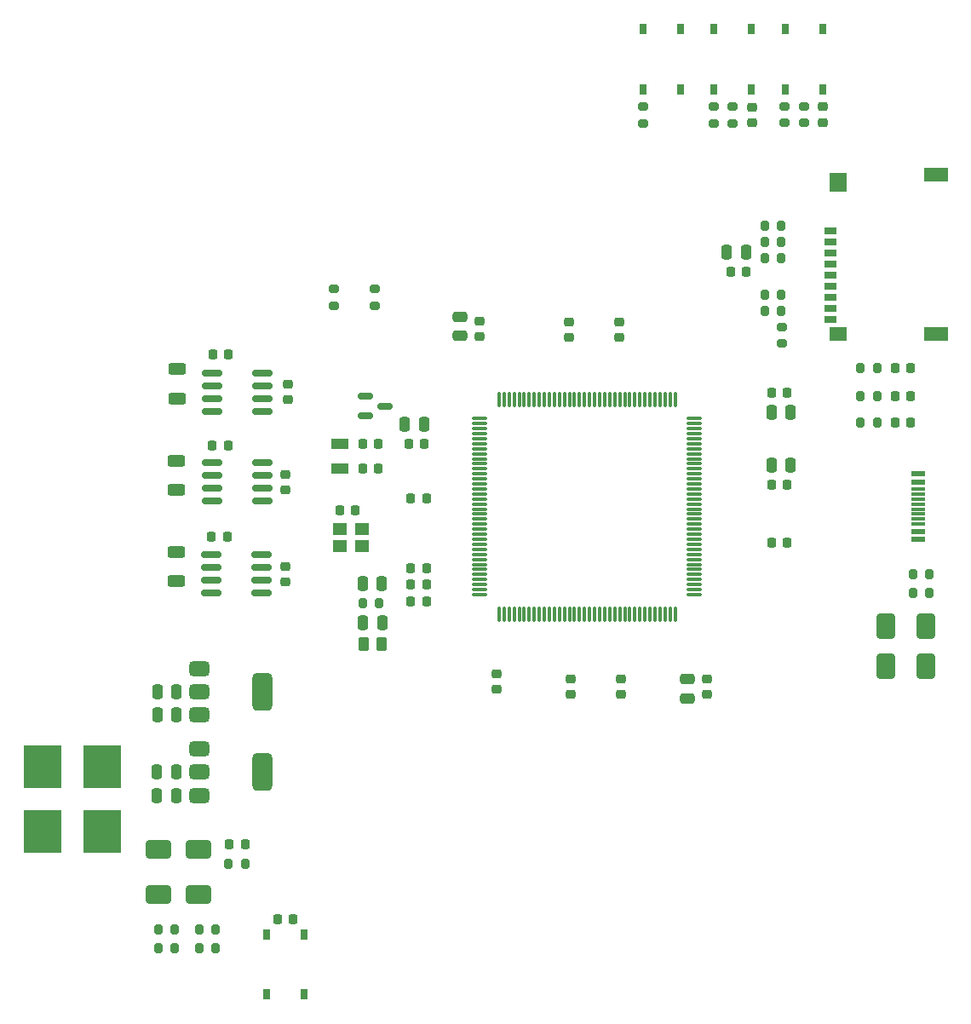
<source format=gbr>
%TF.GenerationSoftware,KiCad,Pcbnew,8.0.1*%
%TF.CreationDate,2024-03-19T23:57:42+08:00*%
%TF.ProjectId,bigger-brain,62696767-6572-42d6-9272-61696e2e6b69,2*%
%TF.SameCoordinates,Original*%
%TF.FileFunction,Paste,Top*%
%TF.FilePolarity,Positive*%
%FSLAX46Y46*%
G04 Gerber Fmt 4.6, Leading zero omitted, Abs format (unit mm)*
G04 Created by KiCad (PCBNEW 8.0.1) date 2024-03-19 23:57:42*
%MOMM*%
%LPD*%
G01*
G04 APERTURE LIST*
G04 Aperture macros list*
%AMRoundRect*
0 Rectangle with rounded corners*
0 $1 Rounding radius*
0 $2 $3 $4 $5 $6 $7 $8 $9 X,Y pos of 4 corners*
0 Add a 4 corners polygon primitive as box body*
4,1,4,$2,$3,$4,$5,$6,$7,$8,$9,$2,$3,0*
0 Add four circle primitives for the rounded corners*
1,1,$1+$1,$2,$3*
1,1,$1+$1,$4,$5*
1,1,$1+$1,$6,$7*
1,1,$1+$1,$8,$9*
0 Add four rect primitives between the rounded corners*
20,1,$1+$1,$2,$3,$4,$5,0*
20,1,$1+$1,$4,$5,$6,$7,0*
20,1,$1+$1,$6,$7,$8,$9,0*
20,1,$1+$1,$8,$9,$2,$3,0*%
G04 Aperture macros list end*
%ADD10R,0.750000X1.000000*%
%ADD11RoundRect,0.225000X-0.250000X0.225000X-0.250000X-0.225000X0.250000X-0.225000X0.250000X0.225000X0*%
%ADD12RoundRect,0.250000X0.475000X-0.250000X0.475000X0.250000X-0.475000X0.250000X-0.475000X-0.250000X0*%
%ADD13RoundRect,0.375000X-0.625000X-0.375000X0.625000X-0.375000X0.625000X0.375000X-0.625000X0.375000X0*%
%ADD14RoundRect,0.500000X-0.500000X-1.400000X0.500000X-1.400000X0.500000X1.400000X-0.500000X1.400000X0*%
%ADD15R,3.810000X4.240000*%
%ADD16RoundRect,0.075000X-0.662500X-0.075000X0.662500X-0.075000X0.662500X0.075000X-0.662500X0.075000X0*%
%ADD17RoundRect,0.075000X-0.075000X-0.662500X0.075000X-0.662500X0.075000X0.662500X-0.075000X0.662500X0*%
%ADD18RoundRect,0.250000X0.250000X0.475000X-0.250000X0.475000X-0.250000X-0.475000X0.250000X-0.475000X0*%
%ADD19RoundRect,0.200000X0.200000X0.275000X-0.200000X0.275000X-0.200000X-0.275000X0.200000X-0.275000X0*%
%ADD20RoundRect,0.150000X0.825000X0.150000X-0.825000X0.150000X-0.825000X-0.150000X0.825000X-0.150000X0*%
%ADD21RoundRect,0.225000X0.250000X-0.225000X0.250000X0.225000X-0.250000X0.225000X-0.250000X-0.225000X0*%
%ADD22RoundRect,0.218750X-0.218750X-0.256250X0.218750X-0.256250X0.218750X0.256250X-0.218750X0.256250X0*%
%ADD23RoundRect,0.200000X-0.275000X0.200000X-0.275000X-0.200000X0.275000X-0.200000X0.275000X0.200000X0*%
%ADD24RoundRect,0.218750X0.218750X0.256250X-0.218750X0.256250X-0.218750X-0.256250X0.218750X-0.256250X0*%
%ADD25RoundRect,0.250000X-0.475000X0.250000X-0.475000X-0.250000X0.475000X-0.250000X0.475000X0.250000X0*%
%ADD26RoundRect,0.250000X-0.250000X-0.475000X0.250000X-0.475000X0.250000X0.475000X-0.250000X0.475000X0*%
%ADD27R,1.400000X1.200000*%
%ADD28RoundRect,0.225000X-0.225000X-0.250000X0.225000X-0.250000X0.225000X0.250000X-0.225000X0.250000X0*%
%ADD29RoundRect,0.200000X-0.200000X-0.275000X0.200000X-0.275000X0.200000X0.275000X-0.200000X0.275000X0*%
%ADD30RoundRect,0.250000X0.650000X-1.000000X0.650000X1.000000X-0.650000X1.000000X-0.650000X-1.000000X0*%
%ADD31RoundRect,0.250000X-0.625000X0.312500X-0.625000X-0.312500X0.625000X-0.312500X0.625000X0.312500X0*%
%ADD32R,1.450000X0.600000*%
%ADD33R,1.450000X0.300000*%
%ADD34R,1.800000X1.000000*%
%ADD35RoundRect,0.250000X-0.262500X-0.450000X0.262500X-0.450000X0.262500X0.450000X-0.262500X0.450000X0*%
%ADD36RoundRect,0.250000X1.000000X0.650000X-1.000000X0.650000X-1.000000X-0.650000X1.000000X-0.650000X0*%
%ADD37RoundRect,0.225000X0.225000X0.250000X-0.225000X0.250000X-0.225000X-0.250000X0.225000X-0.250000X0*%
%ADD38RoundRect,0.200000X0.275000X-0.200000X0.275000X0.200000X-0.275000X0.200000X-0.275000X-0.200000X0*%
%ADD39RoundRect,0.150000X-0.587500X-0.150000X0.587500X-0.150000X0.587500X0.150000X-0.587500X0.150000X0*%
%ADD40R,1.300000X0.700000*%
%ADD41R,1.651000X1.447800*%
%ADD42R,2.438400X1.447800*%
%ADD43R,1.651000X1.854200*%
G04 APERTURE END LIST*
D10*
%TO.C,SW404*%
X104681601Y-63552298D03*
X104681601Y-57552298D03*
X108431601Y-63552298D03*
X108431601Y-57552298D03*
%TD*%
%TO.C,SW402*%
X53150000Y-153500000D03*
X53150000Y-147500000D03*
X56900000Y-153500000D03*
X56900000Y-147500000D03*
%TD*%
D11*
%TO.C,C203*%
X76000000Y-121625000D03*
X76000000Y-123175000D03*
%TD*%
D12*
%TO.C,C212*%
X72400000Y-88050000D03*
X72400000Y-86150000D03*
%TD*%
D13*
%TO.C,U203*%
X46450000Y-121099994D03*
X46450000Y-123399994D03*
D14*
X52750000Y-123399994D03*
D13*
X46450000Y-125699994D03*
%TD*%
%TO.C,U201*%
X46450000Y-129100000D03*
X46450000Y-131400000D03*
D14*
X52750000Y-131400000D03*
D13*
X46450000Y-133700000D03*
%TD*%
D15*
%TO.C,F201*%
X36842557Y-130895291D03*
X36842557Y-137265291D03*
%TD*%
D10*
%TO.C,SW401*%
X90581611Y-63523965D03*
X90581611Y-57523965D03*
X94331611Y-63523965D03*
X94331611Y-57523965D03*
%TD*%
D16*
%TO.C,U101*%
X74337500Y-96250000D03*
X74337500Y-96750000D03*
X74337500Y-97250000D03*
X74337500Y-97750000D03*
X74337500Y-98250000D03*
X74337500Y-98750000D03*
X74337500Y-99250000D03*
X74337500Y-99750000D03*
X74337500Y-100250000D03*
X74337500Y-100750000D03*
X74337500Y-101250000D03*
X74337500Y-101750000D03*
X74337500Y-102250000D03*
X74337500Y-102750000D03*
X74337500Y-103250000D03*
X74337500Y-103750000D03*
X74337500Y-104250000D03*
X74337500Y-104750000D03*
X74337500Y-105250000D03*
X74337500Y-105750000D03*
X74337500Y-106250000D03*
X74337500Y-106750000D03*
X74337500Y-107250000D03*
X74337500Y-107750000D03*
X74337500Y-108250000D03*
X74337500Y-108750000D03*
X74337500Y-109250000D03*
X74337500Y-109750000D03*
X74337500Y-110250000D03*
X74337500Y-110750000D03*
X74337500Y-111250000D03*
X74337500Y-111750000D03*
X74337500Y-112250000D03*
X74337500Y-112750000D03*
X74337500Y-113250000D03*
X74337500Y-113750000D03*
D17*
X76250000Y-115662500D03*
X76750000Y-115662500D03*
X77250000Y-115662500D03*
X77750000Y-115662500D03*
X78250000Y-115662500D03*
X78750000Y-115662500D03*
X79250000Y-115662500D03*
X79750000Y-115662500D03*
X80250000Y-115662500D03*
X80750000Y-115662500D03*
X81250000Y-115662500D03*
X81750000Y-115662500D03*
X82250000Y-115662500D03*
X82750000Y-115662500D03*
X83250000Y-115662500D03*
X83750000Y-115662500D03*
X84250000Y-115662500D03*
X84750000Y-115662500D03*
X85250000Y-115662500D03*
X85750000Y-115662500D03*
X86250000Y-115662500D03*
X86750000Y-115662500D03*
X87250000Y-115662500D03*
X87750000Y-115662500D03*
X88250000Y-115662500D03*
X88750000Y-115662500D03*
X89250000Y-115662500D03*
X89750000Y-115662500D03*
X90250000Y-115662500D03*
X90750000Y-115662500D03*
X91250000Y-115662500D03*
X91750000Y-115662500D03*
X92250000Y-115662500D03*
X92750000Y-115662500D03*
X93250000Y-115662500D03*
X93750000Y-115662500D03*
D16*
X95662500Y-113750000D03*
X95662500Y-113250000D03*
X95662500Y-112750000D03*
X95662500Y-112250000D03*
X95662500Y-111750000D03*
X95662500Y-111250000D03*
X95662500Y-110750000D03*
X95662500Y-110250000D03*
X95662500Y-109750000D03*
X95662500Y-109250000D03*
X95662500Y-108750000D03*
X95662500Y-108250000D03*
X95662500Y-107750000D03*
X95662500Y-107250000D03*
X95662500Y-106750000D03*
X95662500Y-106250000D03*
X95662500Y-105750000D03*
X95662500Y-105250000D03*
X95662500Y-104750000D03*
X95662500Y-104250000D03*
X95662500Y-103750000D03*
X95662500Y-103250000D03*
X95662500Y-102750000D03*
X95662500Y-102250000D03*
X95662500Y-101750000D03*
X95662500Y-101250000D03*
X95662500Y-100750000D03*
X95662500Y-100250000D03*
X95662500Y-99750000D03*
X95662500Y-99250000D03*
X95662500Y-98750000D03*
X95662500Y-98250000D03*
X95662500Y-97750000D03*
X95662500Y-97250000D03*
X95662500Y-96750000D03*
X95662500Y-96250000D03*
D17*
X93750000Y-94337500D03*
X93250000Y-94337500D03*
X92750000Y-94337500D03*
X92250000Y-94337500D03*
X91750000Y-94337500D03*
X91250000Y-94337500D03*
X90750000Y-94337500D03*
X90250000Y-94337500D03*
X89750000Y-94337500D03*
X89250000Y-94337500D03*
X88750000Y-94337500D03*
X88250000Y-94337500D03*
X87750000Y-94337500D03*
X87250000Y-94337500D03*
X86750000Y-94337500D03*
X86250000Y-94337500D03*
X85750000Y-94337500D03*
X85250000Y-94337500D03*
X84750000Y-94337500D03*
X84250000Y-94337500D03*
X83750000Y-94337500D03*
X83250000Y-94337500D03*
X82750000Y-94337500D03*
X82250000Y-94337500D03*
X81750000Y-94337500D03*
X81250000Y-94337500D03*
X80750000Y-94337500D03*
X80250000Y-94337500D03*
X79750000Y-94337500D03*
X79250000Y-94337500D03*
X78750000Y-94337500D03*
X78250000Y-94337500D03*
X77750000Y-94337500D03*
X77250000Y-94337500D03*
X76750000Y-94337500D03*
X76250000Y-94337500D03*
%TD*%
D18*
%TO.C,C227*%
X44200000Y-125699998D03*
X42300000Y-125699998D03*
%TD*%
%TO.C,C216*%
X68800000Y-96800000D03*
X66900000Y-96800000D03*
%TD*%
D19*
%TO.C,R201*%
X64325000Y-114600000D03*
X62675000Y-114600000D03*
%TD*%
D20*
%TO.C,U701*%
X52609523Y-113610500D03*
X52609523Y-112340500D03*
X52609523Y-111070500D03*
X52609523Y-109800500D03*
X47659523Y-109800500D03*
X47659523Y-111070500D03*
X47659523Y-112340500D03*
X47659523Y-113610500D03*
%TD*%
D21*
%TO.C,C209*%
X88200000Y-88175000D03*
X88200000Y-86625000D03*
%TD*%
D19*
%TO.C,R409*%
X113812500Y-91200000D03*
X112162500Y-91200000D03*
%TD*%
D22*
%TO.C,D403*%
X115612499Y-91200000D03*
X117187501Y-91200000D03*
%TD*%
D18*
%TO.C,C223*%
X44149998Y-133699998D03*
X42249998Y-133699998D03*
%TD*%
D23*
%TO.C,R406*%
X90600000Y-65275000D03*
X90600000Y-66925000D03*
%TD*%
D11*
%TO.C,C501*%
X55034523Y-101775000D03*
X55034523Y-103325000D03*
%TD*%
D24*
%TO.C,D406*%
X51000000Y-138600000D03*
X49424998Y-138600000D03*
%TD*%
D11*
%TO.C,C206*%
X96900000Y-122125000D03*
X96900000Y-123675000D03*
%TD*%
D25*
%TO.C,C219*%
X94950000Y-122150000D03*
X94950000Y-124050000D03*
%TD*%
D19*
%TO.C,R204*%
X44025000Y-147050000D03*
X42375000Y-147050000D03*
%TD*%
D26*
%TO.C,C214*%
X103350000Y-100900000D03*
X105250000Y-100900000D03*
%TD*%
D11*
%TO.C,C601*%
X55284523Y-92825000D03*
X55284523Y-94375000D03*
%TD*%
D27*
%TO.C,X101*%
X60400000Y-108950000D03*
X62600000Y-108950000D03*
X62600000Y-107250000D03*
X60400000Y-107250000D03*
%TD*%
D19*
%TO.C,R414*%
X51000000Y-140500000D03*
X49350000Y-140500000D03*
%TD*%
D28*
%TO.C,C101*%
X60400000Y-105400000D03*
X61950000Y-105400000D03*
%TD*%
D29*
%TO.C,R205*%
X46425000Y-148900000D03*
X48075000Y-148900000D03*
%TD*%
D19*
%TO.C,R401*%
X119025000Y-111700000D03*
X117375000Y-111700000D03*
%TD*%
D22*
%TO.C,D405*%
X115600000Y-96658579D03*
X117175002Y-96658579D03*
%TD*%
D30*
%TO.C,D401*%
X118650000Y-120850000D03*
X118650000Y-116850000D03*
%TD*%
D19*
%TO.C,R202*%
X44025000Y-148900000D03*
X42375000Y-148900000D03*
%TD*%
D31*
%TO.C,R404*%
X44200000Y-100437500D03*
X44200000Y-103362500D03*
%TD*%
D32*
%TO.C,J401*%
X117955000Y-108250000D03*
X117955000Y-107450000D03*
D33*
X117955000Y-106250000D03*
X117955000Y-105250000D03*
X117955000Y-104750000D03*
X117955000Y-103750000D03*
D32*
X117955000Y-102550000D03*
X117955000Y-101750000D03*
X117955000Y-101750000D03*
X117955000Y-102550000D03*
D33*
X117955000Y-103250000D03*
X117955000Y-104250000D03*
X117955000Y-105750000D03*
X117955000Y-106750000D03*
D32*
X117955000Y-107450000D03*
X117955000Y-108250000D03*
%TD*%
D18*
%TO.C,C302*%
X100778744Y-79700000D03*
X98878744Y-79700000D03*
%TD*%
D19*
%TO.C,R412*%
X113812501Y-94058577D03*
X112162501Y-94058577D03*
%TD*%
D34*
%TO.C,Y101*%
X60450000Y-101250000D03*
X60450000Y-98750000D03*
%TD*%
D35*
%TO.C,L201*%
X62787500Y-118700000D03*
X64612500Y-118700000D03*
%TD*%
D28*
%TO.C,C213*%
X103325000Y-102800000D03*
X104875000Y-102800000D03*
%TD*%
D36*
%TO.C,D203*%
X46400000Y-143595094D03*
X42400000Y-143595094D03*
%TD*%
D26*
%TO.C,C220*%
X103350000Y-95650000D03*
X105250000Y-95650000D03*
%TD*%
D23*
%TO.C,R101*%
X59800000Y-83375000D03*
X59800000Y-85025000D03*
%TD*%
D36*
%TO.C,D202*%
X46400000Y-139100000D03*
X42400000Y-139100000D03*
%TD*%
D28*
%TO.C,C702*%
X47659523Y-108000000D03*
X49209523Y-108000000D03*
%TD*%
D19*
%TO.C,R413*%
X113812501Y-96658579D03*
X112162501Y-96658579D03*
%TD*%
D11*
%TO.C,C204*%
X83400000Y-122150000D03*
X83400000Y-123700000D03*
%TD*%
D23*
%TO.C,R407*%
X99456611Y-65275000D03*
X99456611Y-66925000D03*
%TD*%
D20*
%TO.C,U501*%
X52709523Y-104460500D03*
X52709523Y-103190500D03*
X52709523Y-101920500D03*
X52709523Y-100650500D03*
X47759523Y-100650500D03*
X47759523Y-101920500D03*
X47759523Y-103190500D03*
X47759523Y-104460500D03*
%TD*%
D28*
%TO.C,C502*%
X47759523Y-98900000D03*
X49309523Y-98900000D03*
%TD*%
D37*
%TO.C,C215*%
X68825000Y-98750000D03*
X67275000Y-98750000D03*
%TD*%
D28*
%TO.C,C207*%
X103325000Y-108600000D03*
X104875000Y-108600000D03*
%TD*%
D19*
%TO.C,R305*%
X104303745Y-78700000D03*
X102653745Y-78700000D03*
%TD*%
D21*
%TO.C,C403*%
X108456601Y-66827298D03*
X108456601Y-65277298D03*
%TD*%
D18*
%TO.C,C228*%
X44200000Y-123399996D03*
X42300000Y-123399996D03*
%TD*%
D38*
%TO.C,R102*%
X63900000Y-85025000D03*
X63900000Y-83375000D03*
%TD*%
D20*
%TO.C,U601*%
X52709523Y-95510500D03*
X52709523Y-94240500D03*
X52709523Y-92970500D03*
X52709523Y-91700500D03*
X47759523Y-91700500D03*
X47759523Y-92970500D03*
X47759523Y-94240500D03*
X47759523Y-95510500D03*
%TD*%
D37*
%TO.C,C301*%
X100803745Y-81700000D03*
X99253745Y-81700000D03*
%TD*%
D21*
%TO.C,C210*%
X83200000Y-88175000D03*
X83200000Y-86625000D03*
%TD*%
D31*
%TO.C,R405*%
X44200000Y-109487500D03*
X44200000Y-112412500D03*
%TD*%
D22*
%TO.C,D404*%
X115600000Y-94058577D03*
X117175002Y-94058577D03*
%TD*%
D37*
%TO.C,C217*%
X69025000Y-114400000D03*
X67475000Y-114400000D03*
%TD*%
D28*
%TO.C,C602*%
X47784523Y-89850000D03*
X49334523Y-89850000D03*
%TD*%
D39*
%TO.C,D201*%
X63000000Y-94050000D03*
X63000000Y-95950000D03*
X64875000Y-95000000D03*
%TD*%
D15*
%TO.C,F202*%
X30847464Y-130895290D03*
X30847464Y-137265290D03*
%TD*%
D23*
%TO.C,R408*%
X106556601Y-65227298D03*
X106556601Y-66877298D03*
%TD*%
D40*
%TO.C,J301*%
X109204945Y-77606400D03*
X109204945Y-78706400D03*
X109204945Y-79806400D03*
X109204945Y-80906400D03*
X109204945Y-82006400D03*
X109204945Y-83106400D03*
X109204945Y-84206400D03*
X109204945Y-85306400D03*
X109204945Y-86406400D03*
D41*
X109978745Y-87824800D03*
D42*
X119678745Y-87824800D03*
D43*
X109978745Y-72775000D03*
D42*
X119678745Y-72000000D03*
%TD*%
D37*
%TO.C,C202*%
X69025000Y-111150000D03*
X67475000Y-111150000D03*
%TD*%
D26*
%TO.C,C222*%
X62700000Y-112650000D03*
X64600000Y-112650000D03*
%TD*%
D28*
%TO.C,C401*%
X54225000Y-146050000D03*
X55775000Y-146050000D03*
%TD*%
D19*
%TO.C,R402*%
X119025000Y-113600000D03*
X117375000Y-113600000D03*
%TD*%
D28*
%TO.C,C208*%
X103325000Y-93700000D03*
X104875000Y-93700000D03*
%TD*%
D19*
%TO.C,R301*%
X104303745Y-80300000D03*
X102653745Y-80300000D03*
%TD*%
D18*
%TO.C,C224*%
X44150000Y-131399997D03*
X42250000Y-131399997D03*
%TD*%
D19*
%TO.C,R303*%
X104303745Y-85550000D03*
X102653745Y-85550000D03*
%TD*%
D29*
%TO.C,R203*%
X46425000Y-147050000D03*
X48075000Y-147050000D03*
%TD*%
D38*
%TO.C,R411*%
X104656601Y-66877298D03*
X104656601Y-65227298D03*
%TD*%
D19*
%TO.C,R302*%
X104303745Y-83950000D03*
X102653745Y-83950000D03*
%TD*%
D10*
%TO.C,SW403*%
X97581611Y-63523965D03*
X97581611Y-57523965D03*
X101331611Y-63523965D03*
X101331611Y-57523965D03*
%TD*%
D19*
%TO.C,R304*%
X104303745Y-77100000D03*
X102653745Y-77100000D03*
%TD*%
D21*
%TO.C,C402*%
X101400000Y-66875000D03*
X101400000Y-65325000D03*
%TD*%
D28*
%TO.C,C104*%
X62675000Y-98750000D03*
X64225000Y-98750000D03*
%TD*%
D11*
%TO.C,C205*%
X88400000Y-122125000D03*
X88400000Y-123675000D03*
%TD*%
D18*
%TO.C,C218*%
X64650000Y-116550000D03*
X62750000Y-116550000D03*
%TD*%
D31*
%TO.C,R403*%
X44250000Y-91337500D03*
X44250000Y-94262500D03*
%TD*%
D38*
%TO.C,R306*%
X104328745Y-88800000D03*
X104328745Y-87150000D03*
%TD*%
D11*
%TO.C,C701*%
X54984523Y-110925000D03*
X54984523Y-112475000D03*
%TD*%
D30*
%TO.C,D402*%
X114700000Y-120850000D03*
X114700000Y-116850000D03*
%TD*%
D37*
%TO.C,C221*%
X69025000Y-112750000D03*
X67475000Y-112750000D03*
%TD*%
D38*
%TO.C,R410*%
X97556611Y-66925000D03*
X97556611Y-65275000D03*
%TD*%
D37*
%TO.C,C201*%
X69025000Y-104200000D03*
X67475000Y-104200000D03*
%TD*%
D28*
%TO.C,C103*%
X62675000Y-101250000D03*
X64225000Y-101250000D03*
%TD*%
D21*
%TO.C,C211*%
X74350000Y-88125000D03*
X74350000Y-86575000D03*
%TD*%
M02*

</source>
